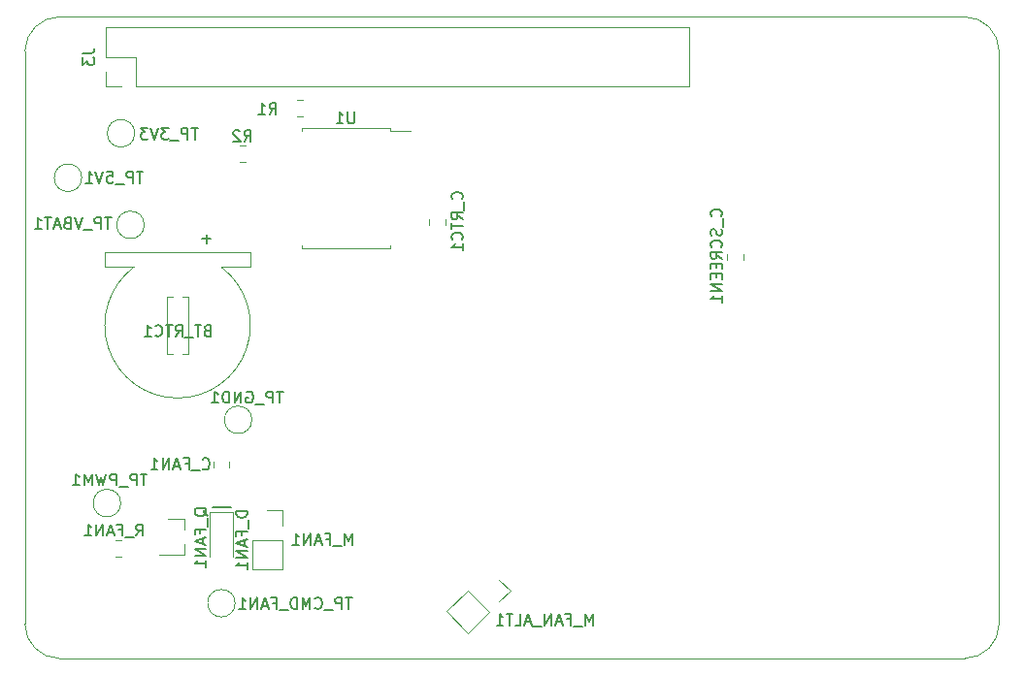
<source format=gbo>
G04 #@! TF.GenerationSoftware,KiCad,Pcbnew,6.0.0-d3dd2cf0fa~116~ubuntu21.04.1*
G04 #@! TF.CreationDate,2022-03-07T16:35:49+01:00*
G04 #@! TF.ProjectId,PiRogue-RPi-hat,5069526f-6775-4652-9d52-50692d686174,rev?*
G04 #@! TF.SameCoordinates,PX4efbba0PY7d37aa0*
G04 #@! TF.FileFunction,Legend,Bot*
G04 #@! TF.FilePolarity,Positive*
%FSLAX46Y46*%
G04 Gerber Fmt 4.6, Leading zero omitted, Abs format (unit mm)*
G04 Created by KiCad (PCBNEW 6.0.0-d3dd2cf0fa~116~ubuntu21.04.1) date 2022-03-07 16:35:49*
%MOMM*%
%LPD*%
G01*
G04 APERTURE LIST*
%ADD10C,0.150000*%
G04 #@! TA.AperFunction,Profile*
%ADD11C,0.100000*%
G04 #@! TD*
%ADD12C,0.120000*%
G04 APERTURE END LIST*
D10*
X16380000Y-42900000D02*
X17980000Y-42900000D01*
D11*
X82006356Y-56057611D02*
G75*
G03*
X85006356Y-53057611I-1J3000001D01*
G01*
X85006356Y-53057611D02*
X85006356Y-3057611D01*
X85006356Y-3057611D02*
G75*
G03*
X82006356Y-57611I-3000001J-1D01*
G01*
X82006356Y-57611D02*
X3026356Y-57611D01*
X26356Y-53057611D02*
G75*
G03*
X3026356Y-56057611I3000001J1D01*
G01*
X3026356Y-56057611D02*
X82006356Y-56057611D01*
X26356Y-3057611D02*
X26356Y-53057611D01*
X3026356Y-57611D02*
G75*
G03*
X26356Y-3057611I1J-3000001D01*
G01*
D10*
X5082380Y-3226666D02*
X5796666Y-3226666D01*
X5939523Y-3179047D01*
X6034761Y-3083809D01*
X6082380Y-2940952D01*
X6082380Y-2845714D01*
X5082380Y-3607619D02*
X5082380Y-4226666D01*
X5463333Y-3893333D01*
X5463333Y-4036190D01*
X5510952Y-4131428D01*
X5558571Y-4179047D01*
X5653809Y-4226666D01*
X5891904Y-4226666D01*
X5987142Y-4179047D01*
X6034761Y-4131428D01*
X6082380Y-4036190D01*
X6082380Y-3750476D01*
X6034761Y-3655238D01*
X5987142Y-3607619D01*
X15927619Y-27428571D02*
X15784761Y-27476190D01*
X15737142Y-27523809D01*
X15689523Y-27619047D01*
X15689523Y-27761904D01*
X15737142Y-27857142D01*
X15784761Y-27904761D01*
X15880000Y-27952380D01*
X16260952Y-27952380D01*
X16260952Y-26952380D01*
X15927619Y-26952380D01*
X15832380Y-27000000D01*
X15784761Y-27047619D01*
X15737142Y-27142857D01*
X15737142Y-27238095D01*
X15784761Y-27333333D01*
X15832380Y-27380952D01*
X15927619Y-27428571D01*
X16260952Y-27428571D01*
X15403809Y-26952380D02*
X14832380Y-26952380D01*
X15118095Y-27952380D02*
X15118095Y-26952380D01*
X14737142Y-28047619D02*
X13975238Y-28047619D01*
X13165714Y-27952380D02*
X13499047Y-27476190D01*
X13737142Y-27952380D02*
X13737142Y-26952380D01*
X13356190Y-26952380D01*
X13260952Y-27000000D01*
X13213333Y-27047619D01*
X13165714Y-27142857D01*
X13165714Y-27285714D01*
X13213333Y-27380952D01*
X13260952Y-27428571D01*
X13356190Y-27476190D01*
X13737142Y-27476190D01*
X12880000Y-26952380D02*
X12308571Y-26952380D01*
X12594285Y-27952380D02*
X12594285Y-26952380D01*
X11403809Y-27857142D02*
X11451428Y-27904761D01*
X11594285Y-27952380D01*
X11689523Y-27952380D01*
X11832380Y-27904761D01*
X11927619Y-27809523D01*
X11975238Y-27714285D01*
X12022857Y-27523809D01*
X12022857Y-27380952D01*
X11975238Y-27190476D01*
X11927619Y-27095238D01*
X11832380Y-27000000D01*
X11689523Y-26952380D01*
X11594285Y-26952380D01*
X11451428Y-27000000D01*
X11403809Y-27047619D01*
X10451428Y-27952380D02*
X11022857Y-27952380D01*
X10737142Y-27952380D02*
X10737142Y-26952380D01*
X10832380Y-27095238D01*
X10927619Y-27190476D01*
X11022857Y-27238095D01*
X16260952Y-19431428D02*
X15499047Y-19431428D01*
X15880000Y-19812380D02*
X15880000Y-19050476D01*
X38137142Y-15971428D02*
X38184761Y-15923809D01*
X38232380Y-15780952D01*
X38232380Y-15685714D01*
X38184761Y-15542857D01*
X38089523Y-15447619D01*
X37994285Y-15400000D01*
X37803809Y-15352380D01*
X37660952Y-15352380D01*
X37470476Y-15400000D01*
X37375238Y-15447619D01*
X37280000Y-15542857D01*
X37232380Y-15685714D01*
X37232380Y-15780952D01*
X37280000Y-15923809D01*
X37327619Y-15971428D01*
X38327619Y-16161904D02*
X38327619Y-16923809D01*
X38232380Y-17733333D02*
X37756190Y-17400000D01*
X38232380Y-17161904D02*
X37232380Y-17161904D01*
X37232380Y-17542857D01*
X37280000Y-17638095D01*
X37327619Y-17685714D01*
X37422857Y-17733333D01*
X37565714Y-17733333D01*
X37660952Y-17685714D01*
X37708571Y-17638095D01*
X37756190Y-17542857D01*
X37756190Y-17161904D01*
X37232380Y-18019047D02*
X37232380Y-18590476D01*
X38232380Y-18304761D02*
X37232380Y-18304761D01*
X38137142Y-19495238D02*
X38184761Y-19447619D01*
X38232380Y-19304761D01*
X38232380Y-19209523D01*
X38184761Y-19066666D01*
X38089523Y-18971428D01*
X37994285Y-18923809D01*
X37803809Y-18876190D01*
X37660952Y-18876190D01*
X37470476Y-18923809D01*
X37375238Y-18971428D01*
X37280000Y-19066666D01*
X37232380Y-19209523D01*
X37232380Y-19304761D01*
X37280000Y-19447619D01*
X37327619Y-19495238D01*
X38232380Y-20447619D02*
X38232380Y-19876190D01*
X38232380Y-20161904D02*
X37232380Y-20161904D01*
X37375238Y-20066666D01*
X37470476Y-19971428D01*
X37518095Y-19876190D01*
X60737142Y-17447619D02*
X60784761Y-17400000D01*
X60832380Y-17257142D01*
X60832380Y-17161904D01*
X60784761Y-17019047D01*
X60689523Y-16923809D01*
X60594285Y-16876190D01*
X60403809Y-16828571D01*
X60260952Y-16828571D01*
X60070476Y-16876190D01*
X59975238Y-16923809D01*
X59880000Y-17019047D01*
X59832380Y-17161904D01*
X59832380Y-17257142D01*
X59880000Y-17400000D01*
X59927619Y-17447619D01*
X60927619Y-17638095D02*
X60927619Y-18400000D01*
X60784761Y-18590476D02*
X60832380Y-18733333D01*
X60832380Y-18971428D01*
X60784761Y-19066666D01*
X60737142Y-19114285D01*
X60641904Y-19161904D01*
X60546666Y-19161904D01*
X60451428Y-19114285D01*
X60403809Y-19066666D01*
X60356190Y-18971428D01*
X60308571Y-18780952D01*
X60260952Y-18685714D01*
X60213333Y-18638095D01*
X60118095Y-18590476D01*
X60022857Y-18590476D01*
X59927619Y-18638095D01*
X59880000Y-18685714D01*
X59832380Y-18780952D01*
X59832380Y-19019047D01*
X59880000Y-19161904D01*
X60737142Y-20161904D02*
X60784761Y-20114285D01*
X60832380Y-19971428D01*
X60832380Y-19876190D01*
X60784761Y-19733333D01*
X60689523Y-19638095D01*
X60594285Y-19590476D01*
X60403809Y-19542857D01*
X60260952Y-19542857D01*
X60070476Y-19590476D01*
X59975238Y-19638095D01*
X59880000Y-19733333D01*
X59832380Y-19876190D01*
X59832380Y-19971428D01*
X59880000Y-20114285D01*
X59927619Y-20161904D01*
X60832380Y-21161904D02*
X60356190Y-20828571D01*
X60832380Y-20590476D02*
X59832380Y-20590476D01*
X59832380Y-20971428D01*
X59880000Y-21066666D01*
X59927619Y-21114285D01*
X60022857Y-21161904D01*
X60165714Y-21161904D01*
X60260952Y-21114285D01*
X60308571Y-21066666D01*
X60356190Y-20971428D01*
X60356190Y-20590476D01*
X60308571Y-21590476D02*
X60308571Y-21923809D01*
X60832380Y-22066666D02*
X60832380Y-21590476D01*
X59832380Y-21590476D01*
X59832380Y-22066666D01*
X60308571Y-22495238D02*
X60308571Y-22828571D01*
X60832380Y-22971428D02*
X60832380Y-22495238D01*
X59832380Y-22495238D01*
X59832380Y-22971428D01*
X60832380Y-23400000D02*
X59832380Y-23400000D01*
X60832380Y-23971428D01*
X59832380Y-23971428D01*
X60832380Y-24971428D02*
X60832380Y-24400000D01*
X60832380Y-24685714D02*
X59832380Y-24685714D01*
X59975238Y-24590476D01*
X60070476Y-24495238D01*
X60118095Y-24400000D01*
X19432380Y-43200000D02*
X18432380Y-43200000D01*
X18432380Y-43438095D01*
X18480000Y-43580952D01*
X18575238Y-43676190D01*
X18670476Y-43723809D01*
X18860952Y-43771428D01*
X19003809Y-43771428D01*
X19194285Y-43723809D01*
X19289523Y-43676190D01*
X19384761Y-43580952D01*
X19432380Y-43438095D01*
X19432380Y-43200000D01*
X19527619Y-43961904D02*
X19527619Y-44723809D01*
X18908571Y-45295238D02*
X18908571Y-44961904D01*
X19432380Y-44961904D02*
X18432380Y-44961904D01*
X18432380Y-45438095D01*
X19146666Y-45771428D02*
X19146666Y-46247619D01*
X19432380Y-45676190D02*
X18432380Y-46009523D01*
X19432380Y-46342857D01*
X19432380Y-46676190D02*
X18432380Y-46676190D01*
X19432380Y-47247619D01*
X18432380Y-47247619D01*
X19432380Y-48247619D02*
X19432380Y-47676190D01*
X19432380Y-47961904D02*
X18432380Y-47961904D01*
X18575238Y-47866666D01*
X18670476Y-47771428D01*
X18718095Y-47676190D01*
X28551428Y-46152380D02*
X28551428Y-45152380D01*
X28218095Y-45866666D01*
X27884761Y-45152380D01*
X27884761Y-46152380D01*
X27646666Y-46247619D02*
X26884761Y-46247619D01*
X26313333Y-45628571D02*
X26646666Y-45628571D01*
X26646666Y-46152380D02*
X26646666Y-45152380D01*
X26170476Y-45152380D01*
X25837142Y-45866666D02*
X25360952Y-45866666D01*
X25932380Y-46152380D02*
X25599047Y-45152380D01*
X25265714Y-46152380D01*
X24932380Y-46152380D02*
X24932380Y-45152380D01*
X24360952Y-46152380D01*
X24360952Y-45152380D01*
X23360952Y-46152380D02*
X23932380Y-46152380D01*
X23646666Y-46152380D02*
X23646666Y-45152380D01*
X23741904Y-45295238D01*
X23837142Y-45390476D01*
X23932380Y-45438095D01*
X15927619Y-43642857D02*
X15880000Y-43547619D01*
X15784761Y-43452380D01*
X15641904Y-43309523D01*
X15594285Y-43214285D01*
X15594285Y-43119047D01*
X15832380Y-43166666D02*
X15784761Y-43071428D01*
X15689523Y-42976190D01*
X15499047Y-42928571D01*
X15165714Y-42928571D01*
X14975238Y-42976190D01*
X14880000Y-43071428D01*
X14832380Y-43166666D01*
X14832380Y-43357142D01*
X14880000Y-43452380D01*
X14975238Y-43547619D01*
X15165714Y-43595238D01*
X15499047Y-43595238D01*
X15689523Y-43547619D01*
X15784761Y-43452380D01*
X15832380Y-43357142D01*
X15832380Y-43166666D01*
X15927619Y-43785714D02*
X15927619Y-44547619D01*
X15308571Y-45119047D02*
X15308571Y-44785714D01*
X15832380Y-44785714D02*
X14832380Y-44785714D01*
X14832380Y-45261904D01*
X15546666Y-45595238D02*
X15546666Y-46071428D01*
X15832380Y-45500000D02*
X14832380Y-45833333D01*
X15832380Y-46166666D01*
X15832380Y-46500000D02*
X14832380Y-46500000D01*
X15832380Y-47071428D01*
X14832380Y-47071428D01*
X15832380Y-48071428D02*
X15832380Y-47500000D01*
X15832380Y-47785714D02*
X14832380Y-47785714D01*
X14975238Y-47690476D01*
X15070476Y-47595238D01*
X15118095Y-47500000D01*
X21346666Y-8552380D02*
X21680000Y-8076190D01*
X21918095Y-8552380D02*
X21918095Y-7552380D01*
X21537142Y-7552380D01*
X21441904Y-7600000D01*
X21394285Y-7647619D01*
X21346666Y-7742857D01*
X21346666Y-7885714D01*
X21394285Y-7980952D01*
X21441904Y-8028571D01*
X21537142Y-8076190D01*
X21918095Y-8076190D01*
X20394285Y-8552380D02*
X20965714Y-8552380D01*
X20680000Y-8552380D02*
X20680000Y-7552380D01*
X20775238Y-7695238D01*
X20870476Y-7790476D01*
X20965714Y-7838095D01*
X19146666Y-10952380D02*
X19480000Y-10476190D01*
X19718095Y-10952380D02*
X19718095Y-9952380D01*
X19337142Y-9952380D01*
X19241904Y-10000000D01*
X19194285Y-10047619D01*
X19146666Y-10142857D01*
X19146666Y-10285714D01*
X19194285Y-10380952D01*
X19241904Y-10428571D01*
X19337142Y-10476190D01*
X19718095Y-10476190D01*
X18765714Y-10047619D02*
X18718095Y-10000000D01*
X18622857Y-9952380D01*
X18384761Y-9952380D01*
X18289523Y-10000000D01*
X18241904Y-10047619D01*
X18194285Y-10142857D01*
X18194285Y-10238095D01*
X18241904Y-10380952D01*
X18813333Y-10952380D01*
X18194285Y-10952380D01*
X9708571Y-45352380D02*
X10041904Y-44876190D01*
X10280000Y-45352380D02*
X10280000Y-44352380D01*
X9899047Y-44352380D01*
X9803809Y-44400000D01*
X9756190Y-44447619D01*
X9708571Y-44542857D01*
X9708571Y-44685714D01*
X9756190Y-44780952D01*
X9803809Y-44828571D01*
X9899047Y-44876190D01*
X10280000Y-44876190D01*
X9518095Y-45447619D02*
X8756190Y-45447619D01*
X8184761Y-44828571D02*
X8518095Y-44828571D01*
X8518095Y-45352380D02*
X8518095Y-44352380D01*
X8041904Y-44352380D01*
X7708571Y-45066666D02*
X7232380Y-45066666D01*
X7803809Y-45352380D02*
X7470476Y-44352380D01*
X7137142Y-45352380D01*
X6803809Y-45352380D02*
X6803809Y-44352380D01*
X6232380Y-45352380D01*
X6232380Y-44352380D01*
X5232380Y-45352380D02*
X5803809Y-45352380D01*
X5518095Y-45352380D02*
X5518095Y-44352380D01*
X5613333Y-44495238D01*
X5708571Y-44590476D01*
X5803809Y-44638095D01*
X28761904Y-8352380D02*
X28761904Y-9161904D01*
X28714285Y-9257142D01*
X28666666Y-9304761D01*
X28571428Y-9352380D01*
X28380952Y-9352380D01*
X28285714Y-9304761D01*
X28238095Y-9257142D01*
X28190476Y-9161904D01*
X28190476Y-8352380D01*
X27190476Y-9352380D02*
X27761904Y-9352380D01*
X27476190Y-9352380D02*
X27476190Y-8352380D01*
X27571428Y-8495238D01*
X27666666Y-8590476D01*
X27761904Y-8638095D01*
X15127619Y-9752380D02*
X14556190Y-9752380D01*
X14841904Y-10752380D02*
X14841904Y-9752380D01*
X14222857Y-10752380D02*
X14222857Y-9752380D01*
X13841904Y-9752380D01*
X13746666Y-9800000D01*
X13699047Y-9847619D01*
X13651428Y-9942857D01*
X13651428Y-10085714D01*
X13699047Y-10180952D01*
X13746666Y-10228571D01*
X13841904Y-10276190D01*
X14222857Y-10276190D01*
X13460952Y-10847619D02*
X12699047Y-10847619D01*
X12556190Y-9752380D02*
X11937142Y-9752380D01*
X12270476Y-10133333D01*
X12127619Y-10133333D01*
X12032380Y-10180952D01*
X11984761Y-10228571D01*
X11937142Y-10323809D01*
X11937142Y-10561904D01*
X11984761Y-10657142D01*
X12032380Y-10704761D01*
X12127619Y-10752380D01*
X12413333Y-10752380D01*
X12508571Y-10704761D01*
X12556190Y-10657142D01*
X11651428Y-9752380D02*
X11318095Y-10752380D01*
X10984761Y-9752380D01*
X10746666Y-9752380D02*
X10127619Y-9752380D01*
X10460952Y-10133333D01*
X10318095Y-10133333D01*
X10222857Y-10180952D01*
X10175238Y-10228571D01*
X10127619Y-10323809D01*
X10127619Y-10561904D01*
X10175238Y-10657142D01*
X10222857Y-10704761D01*
X10318095Y-10752380D01*
X10603809Y-10752380D01*
X10699047Y-10704761D01*
X10746666Y-10657142D01*
X10327619Y-13552380D02*
X9756190Y-13552380D01*
X10041904Y-14552380D02*
X10041904Y-13552380D01*
X9422857Y-14552380D02*
X9422857Y-13552380D01*
X9041904Y-13552380D01*
X8946666Y-13600000D01*
X8899047Y-13647619D01*
X8851428Y-13742857D01*
X8851428Y-13885714D01*
X8899047Y-13980952D01*
X8946666Y-14028571D01*
X9041904Y-14076190D01*
X9422857Y-14076190D01*
X8660952Y-14647619D02*
X7899047Y-14647619D01*
X7184761Y-13552380D02*
X7660952Y-13552380D01*
X7708571Y-14028571D01*
X7660952Y-13980952D01*
X7565714Y-13933333D01*
X7327619Y-13933333D01*
X7232380Y-13980952D01*
X7184761Y-14028571D01*
X7137142Y-14123809D01*
X7137142Y-14361904D01*
X7184761Y-14457142D01*
X7232380Y-14504761D01*
X7327619Y-14552380D01*
X7565714Y-14552380D01*
X7660952Y-14504761D01*
X7708571Y-14457142D01*
X6851428Y-13552380D02*
X6518095Y-14552380D01*
X6184761Y-13552380D01*
X5327619Y-14552380D02*
X5899047Y-14552380D01*
X5613333Y-14552380D02*
X5613333Y-13552380D01*
X5708571Y-13695238D01*
X5803809Y-13790476D01*
X5899047Y-13838095D01*
X28556190Y-50752380D02*
X27984761Y-50752380D01*
X28270476Y-51752380D02*
X28270476Y-50752380D01*
X27651428Y-51752380D02*
X27651428Y-50752380D01*
X27270476Y-50752380D01*
X27175238Y-50800000D01*
X27127619Y-50847619D01*
X27080000Y-50942857D01*
X27080000Y-51085714D01*
X27127619Y-51180952D01*
X27175238Y-51228571D01*
X27270476Y-51276190D01*
X27651428Y-51276190D01*
X26889523Y-51847619D02*
X26127619Y-51847619D01*
X25318095Y-51657142D02*
X25365714Y-51704761D01*
X25508571Y-51752380D01*
X25603809Y-51752380D01*
X25746666Y-51704761D01*
X25841904Y-51609523D01*
X25889523Y-51514285D01*
X25937142Y-51323809D01*
X25937142Y-51180952D01*
X25889523Y-50990476D01*
X25841904Y-50895238D01*
X25746666Y-50800000D01*
X25603809Y-50752380D01*
X25508571Y-50752380D01*
X25365714Y-50800000D01*
X25318095Y-50847619D01*
X24889523Y-51752380D02*
X24889523Y-50752380D01*
X24556190Y-51466666D01*
X24222857Y-50752380D01*
X24222857Y-51752380D01*
X23746666Y-51752380D02*
X23746666Y-50752380D01*
X23508571Y-50752380D01*
X23365714Y-50800000D01*
X23270476Y-50895238D01*
X23222857Y-50990476D01*
X23175238Y-51180952D01*
X23175238Y-51323809D01*
X23222857Y-51514285D01*
X23270476Y-51609523D01*
X23365714Y-51704761D01*
X23508571Y-51752380D01*
X23746666Y-51752380D01*
X22984761Y-51847619D02*
X22222857Y-51847619D01*
X21651428Y-51228571D02*
X21984761Y-51228571D01*
X21984761Y-51752380D02*
X21984761Y-50752380D01*
X21508571Y-50752380D01*
X21175238Y-51466666D02*
X20699047Y-51466666D01*
X21270476Y-51752380D02*
X20937142Y-50752380D01*
X20603809Y-51752380D01*
X20270476Y-51752380D02*
X20270476Y-50752380D01*
X19699047Y-51752380D01*
X19699047Y-50752380D01*
X18699047Y-51752380D02*
X19270476Y-51752380D01*
X18984761Y-51752380D02*
X18984761Y-50752380D01*
X19080000Y-50895238D01*
X19175238Y-50990476D01*
X19270476Y-51038095D01*
X7560952Y-17552380D02*
X6989523Y-17552380D01*
X7275238Y-18552380D02*
X7275238Y-17552380D01*
X6656190Y-18552380D02*
X6656190Y-17552380D01*
X6275238Y-17552380D01*
X6180000Y-17600000D01*
X6132380Y-17647619D01*
X6084761Y-17742857D01*
X6084761Y-17885714D01*
X6132380Y-17980952D01*
X6180000Y-18028571D01*
X6275238Y-18076190D01*
X6656190Y-18076190D01*
X5894285Y-18647619D02*
X5132380Y-18647619D01*
X5037142Y-17552380D02*
X4703809Y-18552380D01*
X4370476Y-17552380D01*
X3703809Y-18028571D02*
X3560952Y-18076190D01*
X3513333Y-18123809D01*
X3465714Y-18219047D01*
X3465714Y-18361904D01*
X3513333Y-18457142D01*
X3560952Y-18504761D01*
X3656190Y-18552380D01*
X4037142Y-18552380D01*
X4037142Y-17552380D01*
X3703809Y-17552380D01*
X3608571Y-17600000D01*
X3560952Y-17647619D01*
X3513333Y-17742857D01*
X3513333Y-17838095D01*
X3560952Y-17933333D01*
X3608571Y-17980952D01*
X3703809Y-18028571D01*
X4037142Y-18028571D01*
X3084761Y-18266666D02*
X2608571Y-18266666D01*
X3180000Y-18552380D02*
X2846666Y-17552380D01*
X2513333Y-18552380D01*
X2322857Y-17552380D02*
X1751428Y-17552380D01*
X2037142Y-18552380D02*
X2037142Y-17552380D01*
X894285Y-18552380D02*
X1465714Y-18552380D01*
X1180000Y-18552380D02*
X1180000Y-17552380D01*
X1275238Y-17695238D01*
X1370476Y-17790476D01*
X1465714Y-17838095D01*
X22546666Y-32752380D02*
X21975238Y-32752380D01*
X22260952Y-33752380D02*
X22260952Y-32752380D01*
X21641904Y-33752380D02*
X21641904Y-32752380D01*
X21260952Y-32752380D01*
X21165714Y-32800000D01*
X21118095Y-32847619D01*
X21070476Y-32942857D01*
X21070476Y-33085714D01*
X21118095Y-33180952D01*
X21165714Y-33228571D01*
X21260952Y-33276190D01*
X21641904Y-33276190D01*
X20880000Y-33847619D02*
X20118095Y-33847619D01*
X19356190Y-32800000D02*
X19451428Y-32752380D01*
X19594285Y-32752380D01*
X19737142Y-32800000D01*
X19832380Y-32895238D01*
X19880000Y-32990476D01*
X19927619Y-33180952D01*
X19927619Y-33323809D01*
X19880000Y-33514285D01*
X19832380Y-33609523D01*
X19737142Y-33704761D01*
X19594285Y-33752380D01*
X19499047Y-33752380D01*
X19356190Y-33704761D01*
X19308571Y-33657142D01*
X19308571Y-33323809D01*
X19499047Y-33323809D01*
X18880000Y-33752380D02*
X18880000Y-32752380D01*
X18308571Y-33752380D01*
X18308571Y-32752380D01*
X17832380Y-33752380D02*
X17832380Y-32752380D01*
X17594285Y-32752380D01*
X17451428Y-32800000D01*
X17356190Y-32895238D01*
X17308571Y-32990476D01*
X17260952Y-33180952D01*
X17260952Y-33323809D01*
X17308571Y-33514285D01*
X17356190Y-33609523D01*
X17451428Y-33704761D01*
X17594285Y-33752380D01*
X17832380Y-33752380D01*
X16308571Y-33752380D02*
X16880000Y-33752380D01*
X16594285Y-33752380D02*
X16594285Y-32752380D01*
X16689523Y-32895238D01*
X16784761Y-32990476D01*
X16880000Y-33038095D01*
X15508571Y-39487142D02*
X15556190Y-39534761D01*
X15699047Y-39582380D01*
X15794285Y-39582380D01*
X15937142Y-39534761D01*
X16032380Y-39439523D01*
X16080000Y-39344285D01*
X16127619Y-39153809D01*
X16127619Y-39010952D01*
X16080000Y-38820476D01*
X16032380Y-38725238D01*
X15937142Y-38630000D01*
X15794285Y-38582380D01*
X15699047Y-38582380D01*
X15556190Y-38630000D01*
X15508571Y-38677619D01*
X15318095Y-39677619D02*
X14556190Y-39677619D01*
X13984761Y-39058571D02*
X14318095Y-39058571D01*
X14318095Y-39582380D02*
X14318095Y-38582380D01*
X13841904Y-38582380D01*
X13508571Y-39296666D02*
X13032380Y-39296666D01*
X13603809Y-39582380D02*
X13270476Y-38582380D01*
X12937142Y-39582380D01*
X12603809Y-39582380D02*
X12603809Y-38582380D01*
X12032380Y-39582380D01*
X12032380Y-38582380D01*
X11032380Y-39582380D02*
X11603809Y-39582380D01*
X11318095Y-39582380D02*
X11318095Y-38582380D01*
X11413333Y-38725238D01*
X11508571Y-38820476D01*
X11603809Y-38868095D01*
X49546666Y-53152380D02*
X49546666Y-52152380D01*
X49213333Y-52866666D01*
X48880000Y-52152380D01*
X48880000Y-53152380D01*
X48641904Y-53247619D02*
X47880000Y-53247619D01*
X47308571Y-52628571D02*
X47641904Y-52628571D01*
X47641904Y-53152380D02*
X47641904Y-52152380D01*
X47165714Y-52152380D01*
X46832380Y-52866666D02*
X46356190Y-52866666D01*
X46927619Y-53152380D02*
X46594285Y-52152380D01*
X46260952Y-53152380D01*
X45927619Y-53152380D02*
X45927619Y-52152380D01*
X45356190Y-53152380D01*
X45356190Y-52152380D01*
X45118095Y-53247619D02*
X44356190Y-53247619D01*
X44165714Y-52866666D02*
X43689523Y-52866666D01*
X44260952Y-53152380D02*
X43927619Y-52152380D01*
X43594285Y-53152380D01*
X42784761Y-53152380D02*
X43260952Y-53152380D01*
X43260952Y-52152380D01*
X42594285Y-52152380D02*
X42022857Y-52152380D01*
X42308571Y-53152380D02*
X42308571Y-52152380D01*
X41165714Y-53152380D02*
X41737142Y-53152380D01*
X41451428Y-53152380D02*
X41451428Y-52152380D01*
X41546666Y-52295238D01*
X41641904Y-52390476D01*
X41737142Y-52438095D01*
X10665714Y-39952380D02*
X10094285Y-39952380D01*
X10380000Y-40952380D02*
X10380000Y-39952380D01*
X9760952Y-40952380D02*
X9760952Y-39952380D01*
X9380000Y-39952380D01*
X9284761Y-40000000D01*
X9237142Y-40047619D01*
X9189523Y-40142857D01*
X9189523Y-40285714D01*
X9237142Y-40380952D01*
X9284761Y-40428571D01*
X9380000Y-40476190D01*
X9760952Y-40476190D01*
X8999047Y-41047619D02*
X8237142Y-41047619D01*
X7999047Y-40952380D02*
X7999047Y-39952380D01*
X7618095Y-39952380D01*
X7522857Y-40000000D01*
X7475238Y-40047619D01*
X7427619Y-40142857D01*
X7427619Y-40285714D01*
X7475238Y-40380952D01*
X7522857Y-40428571D01*
X7618095Y-40476190D01*
X7999047Y-40476190D01*
X7094285Y-39952380D02*
X6856190Y-40952380D01*
X6665714Y-40238095D01*
X6475238Y-40952380D01*
X6237142Y-39952380D01*
X5856190Y-40952380D02*
X5856190Y-39952380D01*
X5522857Y-40666666D01*
X5189523Y-39952380D01*
X5189523Y-40952380D01*
X4189523Y-40952380D02*
X4760952Y-40952380D01*
X4475238Y-40952380D02*
X4475238Y-39952380D01*
X4570476Y-40095238D01*
X4665714Y-40190476D01*
X4760952Y-40238095D01*
D12*
X9670000Y-6160000D02*
X57990000Y-6160000D01*
X7070000Y-4830000D02*
X7070000Y-6160000D01*
X7070000Y-960000D02*
X57990000Y-960000D01*
X9670000Y-3560000D02*
X9670000Y-6160000D01*
X7070000Y-6160000D02*
X8400000Y-6160000D01*
X7070000Y-3560000D02*
X9670000Y-3560000D01*
X7070000Y-960000D02*
X7070000Y-3560000D01*
X57990000Y-960000D02*
X57990000Y-6160000D01*
X12380000Y-24480000D02*
X12880000Y-24480000D01*
X14300000Y-29480000D02*
X14300000Y-24480000D01*
X13800000Y-29480000D02*
X14300000Y-29480000D01*
X14300000Y-24480000D02*
X13800000Y-24480000D01*
X12880000Y-29480000D02*
X12380000Y-29480000D01*
X6990000Y-20630000D02*
X6990000Y-21900000D01*
X6990000Y-20630000D02*
X6990000Y-21900000D01*
X12380000Y-29480000D02*
X12380000Y-24480000D01*
X19690000Y-20630000D02*
X6990000Y-20630000D01*
X19690000Y-21900000D02*
X19690000Y-20630000D01*
X17150000Y-21900000D02*
X19690000Y-21900000D01*
X19690000Y-20630000D02*
X6990000Y-20630000D01*
X6990000Y-21900000D02*
X9530000Y-21900000D01*
X19690000Y-21900000D02*
X19690000Y-20630000D01*
X9530000Y-21900000D02*
G75*
G03*
X17150000Y-21900000I3810000J-5080000D01*
G01*
X35290000Y-17738748D02*
X35290000Y-18261252D01*
X36710000Y-17738748D02*
X36710000Y-18261252D01*
X62710000Y-21261252D02*
X62710000Y-20738748D01*
X61290000Y-21261252D02*
X61290000Y-20738748D01*
X18160000Y-43310000D02*
X18160000Y-47210000D01*
X16160000Y-43310000D02*
X16160000Y-47210000D01*
X16160000Y-43310000D02*
X18160000Y-43310000D01*
X22490000Y-45700000D02*
X19830000Y-45700000D01*
X22490000Y-45700000D02*
X22490000Y-48300000D01*
X22490000Y-48300000D02*
X19830000Y-48300000D01*
X22490000Y-44430000D02*
X22490000Y-43100000D01*
X19830000Y-45700000D02*
X19830000Y-48300000D01*
X22490000Y-43100000D02*
X21160000Y-43100000D01*
X13920000Y-43850000D02*
X12460000Y-43850000D01*
X13920000Y-43850000D02*
X13920000Y-44780000D01*
X13920000Y-47010000D02*
X13920000Y-46080000D01*
X13920000Y-47010000D02*
X11760000Y-47010000D01*
X24261252Y-8710000D02*
X23738748Y-8710000D01*
X24261252Y-7290000D02*
X23738748Y-7290000D01*
X18738748Y-11290000D02*
X19261252Y-11290000D01*
X18738748Y-12710000D02*
X19261252Y-12710000D01*
X8421252Y-47140000D02*
X7898748Y-47140000D01*
X8421252Y-45720000D02*
X7898748Y-45720000D01*
X31860000Y-9740000D02*
X31860000Y-9995000D01*
X31860000Y-9995000D02*
X33675000Y-9995000D01*
X28000000Y-20260000D02*
X24140000Y-20260000D01*
X31860000Y-20260000D02*
X31860000Y-20005000D01*
X24140000Y-20260000D02*
X24140000Y-20005000D01*
X24140000Y-9740000D02*
X24140000Y-9995000D01*
X28000000Y-9740000D02*
X24140000Y-9740000D01*
X28000000Y-20260000D02*
X31860000Y-20260000D01*
X28000000Y-9740000D02*
X31860000Y-9740000D01*
X9600000Y-10220000D02*
G75*
G03*
X9600000Y-10220000I-1200000J0D01*
G01*
X4980000Y-14100000D02*
G75*
G03*
X4980000Y-14100000I-1200000J0D01*
G01*
X18360000Y-51240000D02*
G75*
G03*
X18360000Y-51240000I-1200000J0D01*
G01*
X10430000Y-18210000D02*
G75*
G03*
X10430000Y-18210000I-1200000J0D01*
G01*
X19820000Y-35230000D02*
G75*
G03*
X19820000Y-35230000I-1200000J0D01*
G01*
X16450000Y-39391252D02*
X16450000Y-38868748D01*
X17870000Y-39391252D02*
X17870000Y-38868748D01*
X40508946Y-52001158D02*
X38628042Y-50120254D01*
X41406972Y-51103132D02*
X42347424Y-50162680D01*
X38628042Y-50120254D02*
X36789565Y-51958731D01*
X40508946Y-52001158D02*
X38670469Y-53839635D01*
X38670469Y-53839635D02*
X36789565Y-51958731D01*
X42347424Y-50162680D02*
X41406972Y-49222228D01*
X8380000Y-42500000D02*
G75*
G03*
X8380000Y-42500000I-1200000J0D01*
G01*
M02*

</source>
